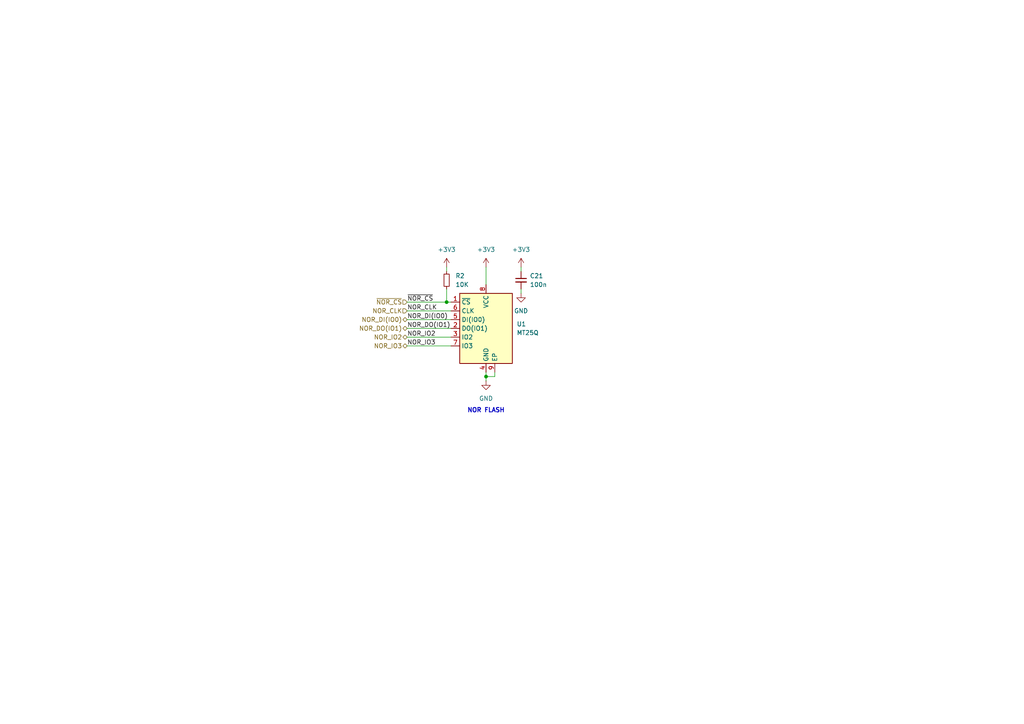
<source format=kicad_sch>
(kicad_sch (version 20250114) (generator "eeschema") (generator_version "9.0")
  (paper "A4")
  (lib_symbols
    (symbol "Device:C_Small" (pin_numbers (hide yes)) (pin_names (offset 0.254) (hide yes))
      (property "Reference" "C" (at 0.254 1.778 0))
      (property "Value" "C_Small" (at 0.254 -2.032 0))
      (symbol "C_Small_0_1"
        (polyline (pts (xy -1.524 0.508) (xy 1.524 0.508)) (stroke (width 0.3048)))
        (polyline (pts (xy -1.524 -0.508) (xy 1.524 -0.508)) (stroke (width 0.3302)))
      )
      (symbol "C_Small_1_1"
        (pin passive line (at 0 2.54 270) (length 2.032) (name "~") (number "1"))
        (pin passive line (at 0 -2.54 90) (length 2.032) (name "~") (number "2"))
      )
    )
    (symbol "Device:R_Small" (pin_numbers (hide yes)) (pin_names (offset 0.254) (hide yes))
      (property "Reference" "R" (at 0.762 0.508 0))
      (property "Value" "R_Small" (at 0.762 -1.016 0))
      (symbol "R_Small_0_1"
        (rectangle (start -0.762 1.778) (end 0.762 -1.778) (stroke (width 0.2032)))
      )
      (symbol "R_Small_1_1"
        (pin passive line (at 0 2.54 270) (length 0.762) (name "~") (number "1"))
        (pin passive line (at 0 -2.54 90) (length 0.762) (name "~") (number "2"))
      )
    )
    (symbol "GND_1" (power) (pin_numbers (hide yes)) (pin_names (offset 0) (hide yes))
      (property "Value" "GND" (at 0 -3.81 0))
      (symbol "GND_1_0_1"
        (polyline (pts (xy 0 0) (xy 0 -1.27) (xy 1.27 -1.27) (xy 0 -2.54) (xy -1.27 -1.27) (xy 0 -1.27)))
      )
      (symbol "GND_1_1_1"
        (pin power_in line (at 0 0 270) (length 0) (name "~") (number "1"))
      )
    )
    (symbol "Memory_Flash:W25Q32JVZP"
      (property "Reference" "U" (at -6.35 11.43 0))
      (property "Value" "W25Q32JVZP" (at 7.62 11.43 0))
      (symbol "W25Q32JVZP_0_1"
        (rectangle (start -7.62 10.16) (end 7.62 -10.16) (stroke (width 0.254)) (fill (type background)))
      )
      (symbol "W25Q32JVZP_1_1"
        (pin input line (at -10.16 7.62 0) (length 2.54) (name "~{CS}") (number "1"))
        (pin input line (at -10.16 5.08 0) (length 2.54) (name "CLK") (number "6"))
        (pin bidirectional line (at -10.16 2.54 0) (length 2.54) (name "DI(IO0)") (number "5"))
        (pin bidirectional line (at -10.16 0 0) (length 2.54) (name "DO(IO1)") (number "2"))
        (pin bidirectional line (at -10.16 -2.54 0) (length 2.54) (name "IO2") (number "3"))
        (pin bidirectional line (at -10.16 -5.08 0) (length 2.54) (name "IO3") (number "7"))
        (pin power_in line (at 0 12.7 270) (length 2.54) (name "VCC") (number "8"))
        (pin power_in line (at 0 -12.7 90) (length 2.54) (name "GND") (number "4"))
        (pin passive line (at 2.54 -12.7 90) (length 2.54) (name "EP") (number "9"))
      )
    )
    (symbol "power:+3V3" (power) (pin_names (offset 0))
      (property "Value" "+3V3" (at 0 3.556 0))
      (symbol "+3V3_0_1"
        (polyline (pts (xy -0.762 1.27) (xy 0 2.54)))
        (polyline (pts (xy 0 2.54) (xy 0.762 1.27)))
        (polyline (pts (xy 0 0) (xy 0 2.54)))
      )
      (symbol "+3V3_1_1"
        (pin power_in line (at 0 0 90) (length 0) (hide yes) (name "+3V3") (number "1"))
      )
    )
    (symbol "power:GND" (power) (pin_names (offset 0))
      (property "Value" "GND" (at 0 -3.81 0))
      (symbol "GND_0_1"
        (polyline (pts (xy 0 0) (xy 0 -1.27) (xy 1.27 -1.27) (xy 0 -2.54) (xy -1.27 -1.27) (xy 0 -1.27)))
      )
      (symbol "GND_1_1"
        (pin power_in line (at 0 0 270) (length 0) (hide yes) (name "GND") (number "1"))
      )
    )
  )
  (text "NOR FLASH" (at 140.97 119.126 0) (effects (font (size 1.27 1.27) (thickness 0.254) (bold yes))))
  (junction (at 140.97 109.22))
  (junction (at 129.54 87.63))
  (wire (pts (xy 118.11 97.79) (xy 130.81 97.79)))
  (wire (pts (xy 129.54 87.63) (xy 130.81 87.63)))
  (wire (pts (xy 118.11 100.33) (xy 130.81 100.33)))
  (wire (pts (xy 118.11 92.71) (xy 130.81 92.71)))
  (wire (pts (xy 118.11 90.17) (xy 130.81 90.17)))
  (wire (pts (xy 129.54 77.47) (xy 129.54 78.74)))
  (wire (pts (xy 140.97 109.22) (xy 140.97 107.95)))
  (wire (pts (xy 118.11 87.63) (xy 129.54 87.63)))
  (wire (pts (xy 129.54 83.82) (xy 129.54 87.63)))
  (wire (pts (xy 151.13 77.47) (xy 151.13 78.74)))
  (wire (pts (xy 143.51 109.22) (xy 140.97 109.22)))
  (wire (pts (xy 143.51 107.95) (xy 143.51 109.22)))
  (wire (pts (xy 140.97 110.49) (xy 140.97 109.22)))
  (wire (pts (xy 140.97 77.47) (xy 140.97 82.55)))
  (wire (pts (xy 151.13 83.82) (xy 151.13 85.09)))
  (wire (pts (xy 118.11 95.25) (xy 130.81 95.25)))
  (label "NOR_CLK" (at 118.11 90.17 0))
  (label "NOR_DI(IO0)" (at 118.11 92.71 0))
  (label "NOR_DO(IO1)" (at 118.11 95.25 0))
  (label "~{NOR_CS}" (at 118.11 87.63 0))
  (label "NOR_IO3" (at 118.11 100.33 0))
  (label "NOR_IO2" (at 118.11 97.79 0))
  (hierarchical_label "NOR_IO2" (shape bidirectional) (at 118.11 97.79 180))
  (hierarchical_label "NOR_DI(IO0)" (shape bidirectional) (at 118.11 92.71 180))
  (hierarchical_label "NOR_IO3" (shape bidirectional) (at 118.11 100.33 180))
  (hierarchical_label "NOR_CLK" (shape input) (at 118.11 90.17 180))
  (hierarchical_label "NOR_DO(IO1)" (shape bidirectional) (at 118.11 95.25 180))
  (hierarchical_label "~{NOR_CS}" (shape input) (at 118.11 87.63 180))
  (symbol (lib_id "power:GND") (at 151.13 85.09 0) (unit 1)
    (property "Reference" "#PWR060" (effects (hide yes)))
    (property "Value" "GND" (at 151.13 90.17 0))
    (instances (project "chroma-pixel-h743" (path "" (reference "#PWR017") (unit 1))) (project "chroma-pixel-h743" (path "" (reference "#PWR060") (unit 1))))
  )
  (symbol (lib_name "GND_1") (lib_id "power:GND") (at 140.97 110.49 0) (unit 1)
    (property "Reference" "#PWR058" (effects (hide yes)))
    (property "Value" "GND" (at 140.97 115.57 0))
    (property "Description" "Power symbol creates a global label with name \"GND\" , ground" (effects (hide yes)))
    (instances (project "chroma-pixel-h743" (path "" (reference "#PWR038") (unit 1))) (project "chroma-pixel-h743" (path "" (reference "#PWR058") (unit 1))))
  )
  (symbol (lib_id "Device:C_Small") (at 151.13 81.28 0) (unit 1)
    (property "Reference" "C37" (at 153.67 80.0163 0) (effects (justify left)))
    (property "Value" "100n" (at 153.67 82.5563 0) (effects (justify left)))
    (property "Footprint" "Capacitor_SMD:C_0402_1005Metric" (effects (hide yes)))
    (property "JLCPCB Part #" "C307331" (effects (hide yes)))
    (instances (project "chroma-pixel-h743" (path "" (reference "C21") (unit 1))) (project "chroma-pixel-h743" (path "" (reference "C37") (unit 1))))
  )
  (symbol (lib_id "power:+3V3") (at 151.13 77.47 0) (unit 1)
    (property "Reference" "#PWR059" (effects (hide yes)))
    (property "Value" "+3V3" (at 151.13 72.39 0))
    (property "Description" "Power symbol creates a global label with name \"+3V3\"" (effects (hide yes)))
    (instances (project "chroma-pixel-h743" (path "" (reference "#PWR016") (unit 1))) (project "chroma-pixel-h743" (path "" (reference "#PWR059") (unit 1))))
  )
  (symbol (lib_id "Device:R_Small") (at 129.54 81.28 0) (unit 1)
    (property "Reference" "R9" (at 132.08 80.0099 0) (effects (justify left)))
    (property "Value" "10K" (at 132.08 82.5499 0) (effects (justify left)))
    (property "Footprint" "Resistor_SMD:R_0402_1005Metric" (effects (hide yes)))
    (property "Description" "Resistor, small symbol" (effects (hide yes)))
    (property "JLCPCB Part #" "C25744" (effects (hide yes)))
    (instances (project "chroma-pixel-h743" (path "" (reference "R2") (unit 1))) (project "chroma-pixel-h743" (path "" (reference "R9") (unit 1))))
  )
  (symbol (lib_id "power:+3V3") (at 129.54 77.47 0) (unit 1)
    (property "Reference" "#PWR056" (effects (hide yes)))
    (property "Value" "+3V3" (at 129.54 72.39 0))
    (property "Description" "Power symbol creates a global label with name \"+3V3\"" (effects (hide yes)))
    (instances (project "chroma-pixel-h743" (path "" (reference "#PWR09") (unit 1))) (project "chroma-pixel-h743" (path "" (reference "#PWR056") (unit 1))))
  )
  (symbol (lib_id "power:+3V3") (at 140.97 77.47 0) (unit 1)
    (property "Reference" "#PWR057" (effects (hide yes)))
    (property "Value" "+3V3" (at 140.97 72.39 0))
    (property "Description" "Power symbol creates a global label with name \"+3V3\"" (effects (hide yes)))
    (instances (project "chroma-pixel-h743" (path "" (reference "#PWR037") (unit 1))) (project "chroma-pixel-h743" (path "" (reference "#PWR057") (unit 1))))
  )
  (symbol (lib_id "Memory_Flash:W25Q32JVZP") (at 140.97 95.25 0) (unit 1)
    (property "Reference" "U5" (at 149.86 93.9799 0) (effects (justify left)))
    (property "Value" "MT25Q" (at 149.86 96.5199 0) (effects (justify left)))
    (property "Footprint" "Package_SON:WSON-8-1EP_8x6mm_P1.27mm_EP3.4x4.3mm" (effects (hide yes)))
    (property "Datasheet" "http://www.winbond.com/resource-files/w25q32jv%20revg%2003272018%20plus.pdf" (effects (hide yes)))
    (property "Description" "32Mb Serial Flash Memory, Standard/Dual/Quad SPI, DFN-8" (effects (hide yes)))
    (property "JLCPCB Part #" "C2061007" (effects (hide yes)))
    (instances (project "chroma-pixel-h743" (path "" (reference "U1") (unit 1))) (project "chroma-pixel-h743" (path "" (reference "U5") (unit 1))))
  )
)
</source>
